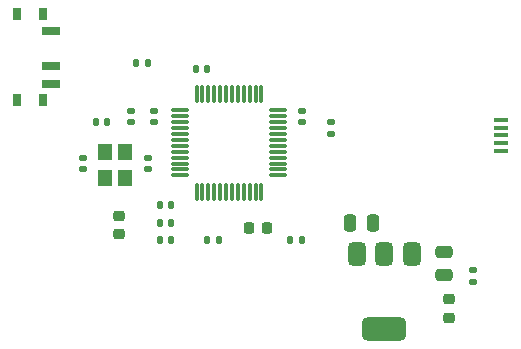
<source format=gbr>
%TF.GenerationSoftware,KiCad,Pcbnew,8.0.5-8.0.5-0~ubuntu22.04.1*%
%TF.CreationDate,2024-10-15T18:40:31+03:00*%
%TF.ProjectId,sc,73632e6b-6963-4616-945f-706362585858,rev?*%
%TF.SameCoordinates,Original*%
%TF.FileFunction,Paste,Top*%
%TF.FilePolarity,Positive*%
%FSLAX46Y46*%
G04 Gerber Fmt 4.6, Leading zero omitted, Abs format (unit mm)*
G04 Created by KiCad (PCBNEW 8.0.5-8.0.5-0~ubuntu22.04.1) date 2024-10-15 18:40:31*
%MOMM*%
%LPD*%
G01*
G04 APERTURE LIST*
G04 Aperture macros list*
%AMRoundRect*
0 Rectangle with rounded corners*
0 $1 Rounding radius*
0 $2 $3 $4 $5 $6 $7 $8 $9 X,Y pos of 4 corners*
0 Add a 4 corners polygon primitive as box body*
4,1,4,$2,$3,$4,$5,$6,$7,$8,$9,$2,$3,0*
0 Add four circle primitives for the rounded corners*
1,1,$1+$1,$2,$3*
1,1,$1+$1,$4,$5*
1,1,$1+$1,$6,$7*
1,1,$1+$1,$8,$9*
0 Add four rect primitives between the rounded corners*
20,1,$1+$1,$2,$3,$4,$5,0*
20,1,$1+$1,$4,$5,$6,$7,0*
20,1,$1+$1,$6,$7,$8,$9,0*
20,1,$1+$1,$8,$9,$2,$3,0*%
G04 Aperture macros list end*
%ADD10R,0.800000X1.000000*%
%ADD11R,1.500000X0.700000*%
%ADD12RoundRect,0.225000X0.225000X0.250000X-0.225000X0.250000X-0.225000X-0.250000X0.225000X-0.250000X0*%
%ADD13RoundRect,0.135000X-0.135000X-0.185000X0.135000X-0.185000X0.135000X0.185000X-0.135000X0.185000X0*%
%ADD14RoundRect,0.140000X-0.170000X0.140000X-0.170000X-0.140000X0.170000X-0.140000X0.170000X0.140000X0*%
%ADD15RoundRect,0.140000X0.140000X0.170000X-0.140000X0.170000X-0.140000X-0.170000X0.140000X-0.170000X0*%
%ADD16RoundRect,0.135000X0.185000X-0.135000X0.185000X0.135000X-0.185000X0.135000X-0.185000X-0.135000X0*%
%ADD17RoundRect,0.375000X-0.375000X0.625000X-0.375000X-0.625000X0.375000X-0.625000X0.375000X0.625000X0*%
%ADD18RoundRect,0.500000X-1.400000X0.500000X-1.400000X-0.500000X1.400000X-0.500000X1.400000X0.500000X0*%
%ADD19RoundRect,0.250000X0.475000X-0.250000X0.475000X0.250000X-0.475000X0.250000X-0.475000X-0.250000X0*%
%ADD20RoundRect,0.140000X-0.140000X-0.170000X0.140000X-0.170000X0.140000X0.170000X-0.140000X0.170000X0*%
%ADD21RoundRect,0.218750X0.256250X-0.218750X0.256250X0.218750X-0.256250X0.218750X-0.256250X-0.218750X0*%
%ADD22R,1.200000X1.400000*%
%ADD23RoundRect,0.135000X-0.185000X0.135000X-0.185000X-0.135000X0.185000X-0.135000X0.185000X0.135000X0*%
%ADD24RoundRect,0.140000X0.170000X-0.140000X0.170000X0.140000X-0.170000X0.140000X-0.170000X-0.140000X0*%
%ADD25RoundRect,0.075000X-0.662500X-0.075000X0.662500X-0.075000X0.662500X0.075000X-0.662500X0.075000X0*%
%ADD26RoundRect,0.075000X-0.075000X-0.662500X0.075000X-0.662500X0.075000X0.662500X-0.075000X0.662500X0*%
%ADD27R,1.300000X0.450000*%
%ADD28RoundRect,0.250000X-0.250000X-0.475000X0.250000X-0.475000X0.250000X0.475000X-0.250000X0.475000X0*%
G04 APERTURE END LIST*
D10*
%TO.C,SW1*%
X119110000Y-72350000D03*
X116900000Y-72350000D03*
X119110000Y-79650000D03*
X116900000Y-79650000D03*
D11*
X119760000Y-73750000D03*
X119760000Y-76750000D03*
X119760000Y-78250000D03*
%TD*%
D12*
%TO.C,C5*%
X138050000Y-90500000D03*
X136500000Y-90500000D03*
%TD*%
D13*
%TO.C,R4*%
X139980000Y-91500000D03*
X141000000Y-91500000D03*
%TD*%
D14*
%TO.C,C4*%
X128500000Y-80540000D03*
X128500000Y-81500000D03*
%TD*%
D15*
%TO.C,C7*%
X129960000Y-90000000D03*
X129000000Y-90000000D03*
%TD*%
D16*
%TO.C,R3*%
X155500000Y-95020000D03*
X155500000Y-94000000D03*
%TD*%
D14*
%TO.C,C3*%
X126500000Y-80520000D03*
X126500000Y-81480000D03*
%TD*%
D17*
%TO.C,U2*%
X150300000Y-92700000D03*
X148000000Y-92700000D03*
D18*
X148000000Y-99000000D03*
D17*
X145700000Y-92700000D03*
%TD*%
D14*
%TO.C,C11*%
X122500000Y-84540000D03*
X122500000Y-85500000D03*
%TD*%
D13*
%TO.C,R5*%
X132980000Y-91500000D03*
X134000000Y-91500000D03*
%TD*%
D19*
%TO.C,C13*%
X153000000Y-94400000D03*
X153000000Y-92500000D03*
%TD*%
D20*
%TO.C,C9*%
X123540000Y-81500000D03*
X124500000Y-81500000D03*
%TD*%
D15*
%TO.C,C6*%
X129960000Y-91500000D03*
X129000000Y-91500000D03*
%TD*%
D21*
%TO.C,FB1*%
X125500000Y-91000000D03*
X125500000Y-89425000D03*
%TD*%
D13*
%TO.C,R1*%
X126980000Y-76500000D03*
X128000000Y-76500000D03*
%TD*%
D22*
%TO.C,Y1*%
X126000000Y-86200000D03*
X126000000Y-84000000D03*
X124300000Y-84000000D03*
X124300000Y-86200000D03*
%TD*%
D14*
%TO.C,C1*%
X141000000Y-80540000D03*
X141000000Y-81500000D03*
%TD*%
D23*
%TO.C,R2*%
X143500000Y-81490000D03*
X143500000Y-82510000D03*
%TD*%
D20*
%TO.C,C2*%
X132040000Y-77000000D03*
X133000000Y-77000000D03*
%TD*%
D21*
%TO.C,D1*%
X153500000Y-98075000D03*
X153500000Y-96500000D03*
%TD*%
D24*
%TO.C,C10*%
X128000000Y-85460000D03*
X128000000Y-84500000D03*
%TD*%
D15*
%TO.C,C8*%
X129960000Y-88500000D03*
X129000000Y-88500000D03*
%TD*%
D25*
%TO.C,U1*%
X130675000Y-80500000D03*
X130675000Y-81000000D03*
X130675000Y-81500000D03*
X130675000Y-82000000D03*
X130675000Y-82500000D03*
X130675000Y-83000000D03*
X130675000Y-83500000D03*
X130675000Y-84000000D03*
X130675000Y-84500000D03*
X130675000Y-85000000D03*
X130675000Y-85500000D03*
X130675000Y-86000000D03*
D26*
X132087500Y-87412500D03*
X132587500Y-87412500D03*
X133087500Y-87412500D03*
X133587500Y-87412500D03*
X134087500Y-87412500D03*
X134587500Y-87412500D03*
X135087500Y-87412500D03*
X135587500Y-87412500D03*
X136087500Y-87412500D03*
X136587500Y-87412500D03*
X137087500Y-87412500D03*
X137587500Y-87412500D03*
D25*
X139000000Y-86000000D03*
X139000000Y-85500000D03*
X139000000Y-85000000D03*
X139000000Y-84500000D03*
X139000000Y-84000000D03*
X139000000Y-83500000D03*
X139000000Y-83000000D03*
X139000000Y-82500000D03*
X139000000Y-82000000D03*
X139000000Y-81500000D03*
X139000000Y-81000000D03*
X139000000Y-80500000D03*
D26*
X137587500Y-79087500D03*
X137087500Y-79087500D03*
X136587500Y-79087500D03*
X136087500Y-79087500D03*
X135587500Y-79087500D03*
X135087500Y-79087500D03*
X134587500Y-79087500D03*
X134087500Y-79087500D03*
X133587500Y-79087500D03*
X133087500Y-79087500D03*
X132587500Y-79087500D03*
X132087500Y-79087500D03*
%TD*%
D27*
%TO.C,J1*%
X157900000Y-83925000D03*
X157900000Y-83275000D03*
X157900000Y-82625000D03*
X157900000Y-81975000D03*
X157900000Y-81325000D03*
%TD*%
D28*
%TO.C,C12*%
X145100000Y-90000000D03*
X147000000Y-90000000D03*
%TD*%
M02*

</source>
